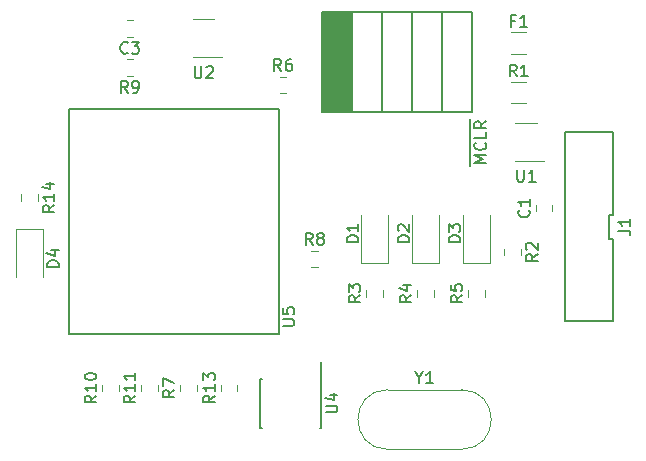
<source format=gbr>
G04 #@! TF.GenerationSoftware,KiCad,Pcbnew,5.1.0*
G04 #@! TF.CreationDate,2019-04-19T21:10:35-04:00*
G04 #@! TF.ProjectId,gps,6770732e-6b69-4636-9164-5f7063625858,rev?*
G04 #@! TF.SameCoordinates,Original*
G04 #@! TF.FileFunction,Legend,Top*
G04 #@! TF.FilePolarity,Positive*
%FSLAX46Y46*%
G04 Gerber Fmt 4.6, Leading zero omitted, Abs format (unit mm)*
G04 Created by KiCad (PCBNEW 5.1.0) date 2019-04-19 21:10:35*
%MOMM*%
%LPD*%
G04 APERTURE LIST*
%ADD10C,0.150000*%
%ADD11C,0.120000*%
G04 APERTURE END LIST*
D10*
X143852300Y-81897290D02*
X143852300Y-80754433D01*
X145219680Y-81659195D02*
X144219680Y-81659195D01*
X144933966Y-81325861D01*
X144219680Y-80992528D01*
X145219680Y-80992528D01*
X143852300Y-80754433D02*
X143852300Y-79754433D01*
X145124442Y-79944909D02*
X145172061Y-79992528D01*
X145219680Y-80135385D01*
X145219680Y-80230623D01*
X145172061Y-80373480D01*
X145076823Y-80468719D01*
X144981585Y-80516338D01*
X144791109Y-80563957D01*
X144648252Y-80563957D01*
X144457776Y-80516338D01*
X144362538Y-80468719D01*
X144267300Y-80373480D01*
X144219680Y-80230623D01*
X144219680Y-80135385D01*
X144267300Y-79992528D01*
X144314919Y-79944909D01*
X143852300Y-79754433D02*
X143852300Y-78944909D01*
X145219680Y-79040147D02*
X145219680Y-79516338D01*
X144219680Y-79516338D01*
X143852300Y-78944909D02*
X143852300Y-77944909D01*
X145219680Y-78135385D02*
X144743490Y-78468719D01*
X145219680Y-78706814D02*
X144219680Y-78706814D01*
X144219680Y-78325861D01*
X144267300Y-78230623D01*
X144314919Y-78183004D01*
X144410157Y-78135385D01*
X144553014Y-78135385D01*
X144648252Y-78183004D01*
X144695871Y-78230623D01*
X144743490Y-78325861D01*
X144743490Y-78706814D01*
X131251400Y-99931400D02*
X131201400Y-99931400D01*
X131251400Y-104081400D02*
X131106400Y-104081400D01*
X126101400Y-104081400D02*
X126246400Y-104081400D01*
X126101400Y-99931400D02*
X126246400Y-99931400D01*
X131251400Y-99931400D02*
X131251400Y-104081400D01*
X126101400Y-99931400D02*
X126101400Y-104081400D01*
X131201400Y-99931400D02*
X131201400Y-98531400D01*
X109879070Y-77062895D02*
X127659070Y-77062895D01*
X109879070Y-96112895D02*
X109879070Y-77062895D01*
X127659070Y-96112895D02*
X109879070Y-96112895D01*
X127659070Y-77062895D02*
X127659070Y-96112895D01*
D11*
X130421748Y-90499000D02*
X130944252Y-90499000D01*
X130421748Y-89079000D02*
X130944252Y-89079000D01*
X147690000Y-81493000D02*
X150140000Y-81493000D01*
X149490000Y-78273000D02*
X147690000Y-78273000D01*
X122734000Y-100449748D02*
X122734000Y-100972252D01*
X124154000Y-100449748D02*
X124154000Y-100972252D01*
X148557064Y-72411000D02*
X147352936Y-72411000D01*
X148557064Y-70591000D02*
X147352936Y-70591000D01*
X150824000Y-85218748D02*
X150824000Y-85741252D01*
X149404000Y-85218748D02*
X149404000Y-85741252D01*
X115297852Y-71017200D02*
X114775348Y-71017200D01*
X115297852Y-69597200D02*
X114775348Y-69597200D01*
X143128200Y-105903000D02*
X136878200Y-105903000D01*
X143128200Y-100853000D02*
X136878200Y-100853000D01*
X143128200Y-100853000D02*
G75*
G02X143128200Y-105903000I0J-2525000D01*
G01*
X136878200Y-100853000D02*
G75*
G03X136878200Y-105903000I0J-2525000D01*
G01*
X143264000Y-86030000D02*
X143264000Y-90090000D01*
X143264000Y-90090000D02*
X145534000Y-90090000D01*
X145534000Y-90090000D02*
X145534000Y-86030000D01*
X141216000Y-90090000D02*
X141216000Y-86030000D01*
X138946000Y-90090000D02*
X141216000Y-90090000D01*
X138946000Y-86030000D02*
X138946000Y-90090000D01*
X134628000Y-86030000D02*
X134628000Y-90090000D01*
X134628000Y-90090000D02*
X136898000Y-90090000D01*
X136898000Y-90090000D02*
X136898000Y-86030000D01*
X105418000Y-87278200D02*
X105418000Y-91338200D01*
X107688000Y-87278200D02*
X105418000Y-87278200D01*
X107688000Y-91338200D02*
X107688000Y-87278200D01*
X120385000Y-72730000D02*
X122835000Y-72730000D01*
X122185000Y-69510000D02*
X120385000Y-69510000D01*
X105843000Y-84843252D02*
X105843000Y-84320748D01*
X107263000Y-84843252D02*
X107263000Y-84320748D01*
X139371000Y-92448748D02*
X139371000Y-92971252D01*
X140791000Y-92448748D02*
X140791000Y-92971252D01*
X114121000Y-100449748D02*
X114121000Y-100972252D01*
X112701000Y-100449748D02*
X112701000Y-100972252D01*
X117423000Y-100449748D02*
X117423000Y-100972252D01*
X116003000Y-100449748D02*
X116003000Y-100972252D01*
X114775348Y-72899200D02*
X115297852Y-72899200D01*
X114775348Y-74319200D02*
X115297852Y-74319200D01*
X120725000Y-100449748D02*
X120725000Y-100972252D01*
X119305000Y-100449748D02*
X119305000Y-100972252D01*
X127754748Y-74347000D02*
X128277252Y-74347000D01*
X127754748Y-75767000D02*
X128277252Y-75767000D01*
X143689000Y-92448748D02*
X143689000Y-92971252D01*
X145109000Y-92448748D02*
X145109000Y-92971252D01*
X136473000Y-92448748D02*
X136473000Y-92971252D01*
X135053000Y-92448748D02*
X135053000Y-92971252D01*
X148182400Y-88943548D02*
X148182400Y-89466052D01*
X146762400Y-88943548D02*
X146762400Y-89466052D01*
X147352936Y-74782000D02*
X148557064Y-74782000D01*
X147352936Y-76602000D02*
X148557064Y-76602000D01*
D10*
X131318000Y-77356000D02*
X144018000Y-77356000D01*
X131318000Y-68856000D02*
X144018000Y-68856000D01*
X131318000Y-77356000D02*
X131318000Y-68856000D01*
X144018000Y-77356000D02*
X144018000Y-68856000D01*
X141478000Y-77356000D02*
X141478000Y-68856000D01*
X136398000Y-77356000D02*
X136398000Y-68856000D01*
X138938000Y-77356000D02*
X138938000Y-68856000D01*
X133858000Y-77356000D02*
X133858000Y-68856000D01*
G36*
X131368800Y-68910200D02*
G01*
X133807200Y-68910200D01*
X133807200Y-77292200D01*
X131368800Y-77292200D01*
X131368800Y-68910200D01*
G37*
X131368800Y-68910200D02*
X133807200Y-68910200D01*
X133807200Y-77292200D01*
X131368800Y-77292200D01*
X131368800Y-68910200D01*
X155924000Y-95058500D02*
X155924000Y-88058500D01*
X155924000Y-88058500D02*
X155624000Y-88058500D01*
X155624000Y-88058500D02*
X155624000Y-86058500D01*
X155624000Y-86058500D02*
X155924000Y-86058500D01*
X155924000Y-86058500D02*
X155924000Y-79058500D01*
X155924000Y-79058500D02*
X151924000Y-79058500D01*
X151924000Y-79058500D02*
X151924000Y-95058500D01*
X151924000Y-95058500D02*
X155924000Y-95058500D01*
X131628780Y-102768304D02*
X132438304Y-102768304D01*
X132533542Y-102720685D01*
X132581161Y-102673066D01*
X132628780Y-102577828D01*
X132628780Y-102387352D01*
X132581161Y-102292114D01*
X132533542Y-102244495D01*
X132438304Y-102196876D01*
X131628780Y-102196876D01*
X131962114Y-101292114D02*
X132628780Y-101292114D01*
X131581161Y-101530209D02*
X132295447Y-101768304D01*
X132295447Y-101149257D01*
X127972926Y-95457314D02*
X128782450Y-95457314D01*
X128877688Y-95409695D01*
X128925307Y-95362076D01*
X128972926Y-95266838D01*
X128972926Y-95076362D01*
X128925307Y-94981124D01*
X128877688Y-94933505D01*
X128782450Y-94885886D01*
X127972926Y-94885886D01*
X127972926Y-93933505D02*
X127972926Y-94409695D01*
X128449117Y-94457314D01*
X128401498Y-94409695D01*
X128353879Y-94314457D01*
X128353879Y-94076362D01*
X128401498Y-93981124D01*
X128449117Y-93933505D01*
X128544355Y-93885886D01*
X128782450Y-93885886D01*
X128877688Y-93933505D01*
X128925307Y-93981124D01*
X128972926Y-94076362D01*
X128972926Y-94314457D01*
X128925307Y-94409695D01*
X128877688Y-94457314D01*
X130516333Y-88591380D02*
X130183000Y-88115190D01*
X129944904Y-88591380D02*
X129944904Y-87591380D01*
X130325857Y-87591380D01*
X130421095Y-87639000D01*
X130468714Y-87686619D01*
X130516333Y-87781857D01*
X130516333Y-87924714D01*
X130468714Y-88019952D01*
X130421095Y-88067571D01*
X130325857Y-88115190D01*
X129944904Y-88115190D01*
X131087761Y-88019952D02*
X130992523Y-87972333D01*
X130944904Y-87924714D01*
X130897285Y-87829476D01*
X130897285Y-87781857D01*
X130944904Y-87686619D01*
X130992523Y-87639000D01*
X131087761Y-87591380D01*
X131278238Y-87591380D01*
X131373476Y-87639000D01*
X131421095Y-87686619D01*
X131468714Y-87781857D01*
X131468714Y-87829476D01*
X131421095Y-87924714D01*
X131373476Y-87972333D01*
X131278238Y-88019952D01*
X131087761Y-88019952D01*
X130992523Y-88067571D01*
X130944904Y-88115190D01*
X130897285Y-88210428D01*
X130897285Y-88400904D01*
X130944904Y-88496142D01*
X130992523Y-88543761D01*
X131087761Y-88591380D01*
X131278238Y-88591380D01*
X131373476Y-88543761D01*
X131421095Y-88496142D01*
X131468714Y-88400904D01*
X131468714Y-88210428D01*
X131421095Y-88115190D01*
X131373476Y-88067571D01*
X131278238Y-88019952D01*
X147828095Y-82235380D02*
X147828095Y-83044904D01*
X147875714Y-83140142D01*
X147923333Y-83187761D01*
X148018571Y-83235380D01*
X148209047Y-83235380D01*
X148304285Y-83187761D01*
X148351904Y-83140142D01*
X148399523Y-83044904D01*
X148399523Y-82235380D01*
X149399523Y-83235380D02*
X148828095Y-83235380D01*
X149113809Y-83235380D02*
X149113809Y-82235380D01*
X149018571Y-82378238D01*
X148923333Y-82473476D01*
X148828095Y-82521095D01*
X122246380Y-101353857D02*
X121770190Y-101687190D01*
X122246380Y-101925285D02*
X121246380Y-101925285D01*
X121246380Y-101544333D01*
X121294000Y-101449095D01*
X121341619Y-101401476D01*
X121436857Y-101353857D01*
X121579714Y-101353857D01*
X121674952Y-101401476D01*
X121722571Y-101449095D01*
X121770190Y-101544333D01*
X121770190Y-101925285D01*
X122246380Y-100401476D02*
X122246380Y-100972904D01*
X122246380Y-100687190D02*
X121246380Y-100687190D01*
X121389238Y-100782428D01*
X121484476Y-100877666D01*
X121532095Y-100972904D01*
X121246380Y-100068142D02*
X121246380Y-99449095D01*
X121627333Y-99782428D01*
X121627333Y-99639571D01*
X121674952Y-99544333D01*
X121722571Y-99496714D01*
X121817809Y-99449095D01*
X122055904Y-99449095D01*
X122151142Y-99496714D01*
X122198761Y-99544333D01*
X122246380Y-99639571D01*
X122246380Y-99925285D01*
X122198761Y-100020523D01*
X122151142Y-100068142D01*
X147621666Y-69609571D02*
X147288333Y-69609571D01*
X147288333Y-70133380D02*
X147288333Y-69133380D01*
X147764523Y-69133380D01*
X148669285Y-70133380D02*
X148097857Y-70133380D01*
X148383571Y-70133380D02*
X148383571Y-69133380D01*
X148288333Y-69276238D01*
X148193095Y-69371476D01*
X148097857Y-69419095D01*
X148821142Y-85646666D02*
X148868761Y-85694285D01*
X148916380Y-85837142D01*
X148916380Y-85932380D01*
X148868761Y-86075238D01*
X148773523Y-86170476D01*
X148678285Y-86218095D01*
X148487809Y-86265714D01*
X148344952Y-86265714D01*
X148154476Y-86218095D01*
X148059238Y-86170476D01*
X147964000Y-86075238D01*
X147916380Y-85932380D01*
X147916380Y-85837142D01*
X147964000Y-85694285D01*
X148011619Y-85646666D01*
X148916380Y-84694285D02*
X148916380Y-85265714D01*
X148916380Y-84980000D02*
X147916380Y-84980000D01*
X148059238Y-85075238D01*
X148154476Y-85170476D01*
X148202095Y-85265714D01*
X114869933Y-72314342D02*
X114822314Y-72361961D01*
X114679457Y-72409580D01*
X114584219Y-72409580D01*
X114441361Y-72361961D01*
X114346123Y-72266723D01*
X114298504Y-72171485D01*
X114250885Y-71981009D01*
X114250885Y-71838152D01*
X114298504Y-71647676D01*
X114346123Y-71552438D01*
X114441361Y-71457200D01*
X114584219Y-71409580D01*
X114679457Y-71409580D01*
X114822314Y-71457200D01*
X114869933Y-71504819D01*
X115203266Y-71409580D02*
X115822314Y-71409580D01*
X115488980Y-71790533D01*
X115631838Y-71790533D01*
X115727076Y-71838152D01*
X115774695Y-71885771D01*
X115822314Y-71981009D01*
X115822314Y-72219104D01*
X115774695Y-72314342D01*
X115727076Y-72361961D01*
X115631838Y-72409580D01*
X115346123Y-72409580D01*
X115250885Y-72361961D01*
X115203266Y-72314342D01*
X139527009Y-99829190D02*
X139527009Y-100305380D01*
X139193676Y-99305380D02*
X139527009Y-99829190D01*
X139860342Y-99305380D01*
X140717485Y-100305380D02*
X140146057Y-100305380D01*
X140431771Y-100305380D02*
X140431771Y-99305380D01*
X140336533Y-99448238D01*
X140241295Y-99543476D01*
X140146057Y-99591095D01*
X143031380Y-88368095D02*
X142031380Y-88368095D01*
X142031380Y-88130000D01*
X142079000Y-87987142D01*
X142174238Y-87891904D01*
X142269476Y-87844285D01*
X142459952Y-87796666D01*
X142602809Y-87796666D01*
X142793285Y-87844285D01*
X142888523Y-87891904D01*
X142983761Y-87987142D01*
X143031380Y-88130000D01*
X143031380Y-88368095D01*
X142031380Y-87463333D02*
X142031380Y-86844285D01*
X142412333Y-87177619D01*
X142412333Y-87034761D01*
X142459952Y-86939523D01*
X142507571Y-86891904D01*
X142602809Y-86844285D01*
X142840904Y-86844285D01*
X142936142Y-86891904D01*
X142983761Y-86939523D01*
X143031380Y-87034761D01*
X143031380Y-87320476D01*
X142983761Y-87415714D01*
X142936142Y-87463333D01*
X138713380Y-88368095D02*
X137713380Y-88368095D01*
X137713380Y-88130000D01*
X137761000Y-87987142D01*
X137856238Y-87891904D01*
X137951476Y-87844285D01*
X138141952Y-87796666D01*
X138284809Y-87796666D01*
X138475285Y-87844285D01*
X138570523Y-87891904D01*
X138665761Y-87987142D01*
X138713380Y-88130000D01*
X138713380Y-88368095D01*
X137808619Y-87415714D02*
X137761000Y-87368095D01*
X137713380Y-87272857D01*
X137713380Y-87034761D01*
X137761000Y-86939523D01*
X137808619Y-86891904D01*
X137903857Y-86844285D01*
X137999095Y-86844285D01*
X138141952Y-86891904D01*
X138713380Y-87463333D01*
X138713380Y-86844285D01*
X134395380Y-88368095D02*
X133395380Y-88368095D01*
X133395380Y-88130000D01*
X133443000Y-87987142D01*
X133538238Y-87891904D01*
X133633476Y-87844285D01*
X133823952Y-87796666D01*
X133966809Y-87796666D01*
X134157285Y-87844285D01*
X134252523Y-87891904D01*
X134347761Y-87987142D01*
X134395380Y-88130000D01*
X134395380Y-88368095D01*
X134395380Y-86844285D02*
X134395380Y-87415714D01*
X134395380Y-87130000D02*
X133395380Y-87130000D01*
X133538238Y-87225238D01*
X133633476Y-87320476D01*
X133681095Y-87415714D01*
X109037380Y-90476295D02*
X108037380Y-90476295D01*
X108037380Y-90238200D01*
X108085000Y-90095342D01*
X108180238Y-90000104D01*
X108275476Y-89952485D01*
X108465952Y-89904866D01*
X108608809Y-89904866D01*
X108799285Y-89952485D01*
X108894523Y-90000104D01*
X108989761Y-90095342D01*
X109037380Y-90238200D01*
X109037380Y-90476295D01*
X108370714Y-89047723D02*
X109037380Y-89047723D01*
X107989761Y-89285819D02*
X108704047Y-89523914D01*
X108704047Y-88904866D01*
X120523095Y-73472380D02*
X120523095Y-74281904D01*
X120570714Y-74377142D01*
X120618333Y-74424761D01*
X120713571Y-74472380D01*
X120904047Y-74472380D01*
X120999285Y-74424761D01*
X121046904Y-74377142D01*
X121094523Y-74281904D01*
X121094523Y-73472380D01*
X121523095Y-73567619D02*
X121570714Y-73520000D01*
X121665952Y-73472380D01*
X121904047Y-73472380D01*
X121999285Y-73520000D01*
X122046904Y-73567619D01*
X122094523Y-73662857D01*
X122094523Y-73758095D01*
X122046904Y-73900952D01*
X121475476Y-74472380D01*
X122094523Y-74472380D01*
X108655380Y-85224857D02*
X108179190Y-85558190D01*
X108655380Y-85796285D02*
X107655380Y-85796285D01*
X107655380Y-85415333D01*
X107703000Y-85320095D01*
X107750619Y-85272476D01*
X107845857Y-85224857D01*
X107988714Y-85224857D01*
X108083952Y-85272476D01*
X108131571Y-85320095D01*
X108179190Y-85415333D01*
X108179190Y-85796285D01*
X108655380Y-84272476D02*
X108655380Y-84843904D01*
X108655380Y-84558190D02*
X107655380Y-84558190D01*
X107798238Y-84653428D01*
X107893476Y-84748666D01*
X107941095Y-84843904D01*
X107988714Y-83415333D02*
X108655380Y-83415333D01*
X107607761Y-83653428D02*
X108322047Y-83891523D01*
X108322047Y-83272476D01*
X138883380Y-92876666D02*
X138407190Y-93210000D01*
X138883380Y-93448095D02*
X137883380Y-93448095D01*
X137883380Y-93067142D01*
X137931000Y-92971904D01*
X137978619Y-92924285D01*
X138073857Y-92876666D01*
X138216714Y-92876666D01*
X138311952Y-92924285D01*
X138359571Y-92971904D01*
X138407190Y-93067142D01*
X138407190Y-93448095D01*
X138216714Y-92019523D02*
X138883380Y-92019523D01*
X137835761Y-92257619D02*
X138550047Y-92495714D01*
X138550047Y-91876666D01*
X112213380Y-101353857D02*
X111737190Y-101687190D01*
X112213380Y-101925285D02*
X111213380Y-101925285D01*
X111213380Y-101544333D01*
X111261000Y-101449095D01*
X111308619Y-101401476D01*
X111403857Y-101353857D01*
X111546714Y-101353857D01*
X111641952Y-101401476D01*
X111689571Y-101449095D01*
X111737190Y-101544333D01*
X111737190Y-101925285D01*
X112213380Y-100401476D02*
X112213380Y-100972904D01*
X112213380Y-100687190D02*
X111213380Y-100687190D01*
X111356238Y-100782428D01*
X111451476Y-100877666D01*
X111499095Y-100972904D01*
X111213380Y-99782428D02*
X111213380Y-99687190D01*
X111261000Y-99591952D01*
X111308619Y-99544333D01*
X111403857Y-99496714D01*
X111594333Y-99449095D01*
X111832428Y-99449095D01*
X112022904Y-99496714D01*
X112118142Y-99544333D01*
X112165761Y-99591952D01*
X112213380Y-99687190D01*
X112213380Y-99782428D01*
X112165761Y-99877666D01*
X112118142Y-99925285D01*
X112022904Y-99972904D01*
X111832428Y-100020523D01*
X111594333Y-100020523D01*
X111403857Y-99972904D01*
X111308619Y-99925285D01*
X111261000Y-99877666D01*
X111213380Y-99782428D01*
X115515380Y-101353857D02*
X115039190Y-101687190D01*
X115515380Y-101925285D02*
X114515380Y-101925285D01*
X114515380Y-101544333D01*
X114563000Y-101449095D01*
X114610619Y-101401476D01*
X114705857Y-101353857D01*
X114848714Y-101353857D01*
X114943952Y-101401476D01*
X114991571Y-101449095D01*
X115039190Y-101544333D01*
X115039190Y-101925285D01*
X115515380Y-100401476D02*
X115515380Y-100972904D01*
X115515380Y-100687190D02*
X114515380Y-100687190D01*
X114658238Y-100782428D01*
X114753476Y-100877666D01*
X114801095Y-100972904D01*
X115515380Y-99449095D02*
X115515380Y-100020523D01*
X115515380Y-99734809D02*
X114515380Y-99734809D01*
X114658238Y-99830047D01*
X114753476Y-99925285D01*
X114801095Y-100020523D01*
X114869933Y-75711580D02*
X114536600Y-75235390D01*
X114298504Y-75711580D02*
X114298504Y-74711580D01*
X114679457Y-74711580D01*
X114774695Y-74759200D01*
X114822314Y-74806819D01*
X114869933Y-74902057D01*
X114869933Y-75044914D01*
X114822314Y-75140152D01*
X114774695Y-75187771D01*
X114679457Y-75235390D01*
X114298504Y-75235390D01*
X115346123Y-75711580D02*
X115536600Y-75711580D01*
X115631838Y-75663961D01*
X115679457Y-75616342D01*
X115774695Y-75473485D01*
X115822314Y-75283009D01*
X115822314Y-74902057D01*
X115774695Y-74806819D01*
X115727076Y-74759200D01*
X115631838Y-74711580D01*
X115441361Y-74711580D01*
X115346123Y-74759200D01*
X115298504Y-74806819D01*
X115250885Y-74902057D01*
X115250885Y-75140152D01*
X115298504Y-75235390D01*
X115346123Y-75283009D01*
X115441361Y-75330628D01*
X115631838Y-75330628D01*
X115727076Y-75283009D01*
X115774695Y-75235390D01*
X115822314Y-75140152D01*
X118817380Y-100877666D02*
X118341190Y-101211000D01*
X118817380Y-101449095D02*
X117817380Y-101449095D01*
X117817380Y-101068142D01*
X117865000Y-100972904D01*
X117912619Y-100925285D01*
X118007857Y-100877666D01*
X118150714Y-100877666D01*
X118245952Y-100925285D01*
X118293571Y-100972904D01*
X118341190Y-101068142D01*
X118341190Y-101449095D01*
X117817380Y-100544333D02*
X117817380Y-99877666D01*
X118817380Y-100306238D01*
X127849333Y-73859380D02*
X127516000Y-73383190D01*
X127277904Y-73859380D02*
X127277904Y-72859380D01*
X127658857Y-72859380D01*
X127754095Y-72907000D01*
X127801714Y-72954619D01*
X127849333Y-73049857D01*
X127849333Y-73192714D01*
X127801714Y-73287952D01*
X127754095Y-73335571D01*
X127658857Y-73383190D01*
X127277904Y-73383190D01*
X128706476Y-72859380D02*
X128516000Y-72859380D01*
X128420761Y-72907000D01*
X128373142Y-72954619D01*
X128277904Y-73097476D01*
X128230285Y-73287952D01*
X128230285Y-73668904D01*
X128277904Y-73764142D01*
X128325523Y-73811761D01*
X128420761Y-73859380D01*
X128611238Y-73859380D01*
X128706476Y-73811761D01*
X128754095Y-73764142D01*
X128801714Y-73668904D01*
X128801714Y-73430809D01*
X128754095Y-73335571D01*
X128706476Y-73287952D01*
X128611238Y-73240333D01*
X128420761Y-73240333D01*
X128325523Y-73287952D01*
X128277904Y-73335571D01*
X128230285Y-73430809D01*
X143201380Y-92876666D02*
X142725190Y-93210000D01*
X143201380Y-93448095D02*
X142201380Y-93448095D01*
X142201380Y-93067142D01*
X142249000Y-92971904D01*
X142296619Y-92924285D01*
X142391857Y-92876666D01*
X142534714Y-92876666D01*
X142629952Y-92924285D01*
X142677571Y-92971904D01*
X142725190Y-93067142D01*
X142725190Y-93448095D01*
X142201380Y-91971904D02*
X142201380Y-92448095D01*
X142677571Y-92495714D01*
X142629952Y-92448095D01*
X142582333Y-92352857D01*
X142582333Y-92114761D01*
X142629952Y-92019523D01*
X142677571Y-91971904D01*
X142772809Y-91924285D01*
X143010904Y-91924285D01*
X143106142Y-91971904D01*
X143153761Y-92019523D01*
X143201380Y-92114761D01*
X143201380Y-92352857D01*
X143153761Y-92448095D01*
X143106142Y-92495714D01*
X134565380Y-92876666D02*
X134089190Y-93210000D01*
X134565380Y-93448095D02*
X133565380Y-93448095D01*
X133565380Y-93067142D01*
X133613000Y-92971904D01*
X133660619Y-92924285D01*
X133755857Y-92876666D01*
X133898714Y-92876666D01*
X133993952Y-92924285D01*
X134041571Y-92971904D01*
X134089190Y-93067142D01*
X134089190Y-93448095D01*
X133565380Y-92543333D02*
X133565380Y-91924285D01*
X133946333Y-92257619D01*
X133946333Y-92114761D01*
X133993952Y-92019523D01*
X134041571Y-91971904D01*
X134136809Y-91924285D01*
X134374904Y-91924285D01*
X134470142Y-91971904D01*
X134517761Y-92019523D01*
X134565380Y-92114761D01*
X134565380Y-92400476D01*
X134517761Y-92495714D01*
X134470142Y-92543333D01*
X149574780Y-89371466D02*
X149098590Y-89704800D01*
X149574780Y-89942895D02*
X148574780Y-89942895D01*
X148574780Y-89561942D01*
X148622400Y-89466704D01*
X148670019Y-89419085D01*
X148765257Y-89371466D01*
X148908114Y-89371466D01*
X149003352Y-89419085D01*
X149050971Y-89466704D01*
X149098590Y-89561942D01*
X149098590Y-89942895D01*
X148670019Y-88990514D02*
X148622400Y-88942895D01*
X148574780Y-88847657D01*
X148574780Y-88609561D01*
X148622400Y-88514323D01*
X148670019Y-88466704D01*
X148765257Y-88419085D01*
X148860495Y-88419085D01*
X149003352Y-88466704D01*
X149574780Y-89038133D01*
X149574780Y-88419085D01*
X147788333Y-74324380D02*
X147455000Y-73848190D01*
X147216904Y-74324380D02*
X147216904Y-73324380D01*
X147597857Y-73324380D01*
X147693095Y-73372000D01*
X147740714Y-73419619D01*
X147788333Y-73514857D01*
X147788333Y-73657714D01*
X147740714Y-73752952D01*
X147693095Y-73800571D01*
X147597857Y-73848190D01*
X147216904Y-73848190D01*
X148740714Y-74324380D02*
X148169285Y-74324380D01*
X148455000Y-74324380D02*
X148455000Y-73324380D01*
X148359761Y-73467238D01*
X148264523Y-73562476D01*
X148169285Y-73610095D01*
X156416380Y-87391833D02*
X157130666Y-87391833D01*
X157273523Y-87439452D01*
X157368761Y-87534690D01*
X157416380Y-87677547D01*
X157416380Y-87772785D01*
X157416380Y-86391833D02*
X157416380Y-86963261D01*
X157416380Y-86677547D02*
X156416380Y-86677547D01*
X156559238Y-86772785D01*
X156654476Y-86868023D01*
X156702095Y-86963261D01*
M02*

</source>
